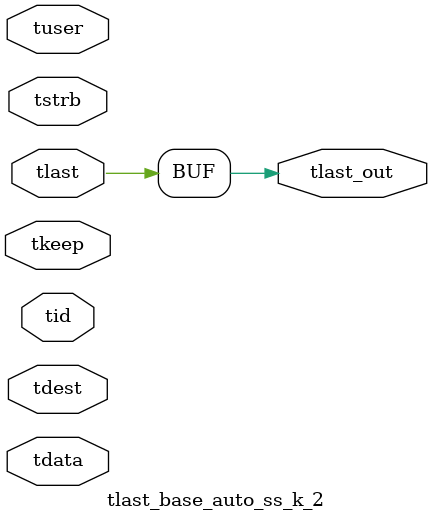
<source format=v>


`timescale 1ps/1ps

module tlast_base_auto_ss_k_2 #
(
parameter C_S_AXIS_TID_WIDTH   = 1,
parameter C_S_AXIS_TUSER_WIDTH = 0,
parameter C_S_AXIS_TDATA_WIDTH = 0,
parameter C_S_AXIS_TDEST_WIDTH = 0
)
(
input  [(C_S_AXIS_TID_WIDTH   == 0 ? 1 : C_S_AXIS_TID_WIDTH)-1:0       ] tid,
input  [(C_S_AXIS_TDATA_WIDTH == 0 ? 1 : C_S_AXIS_TDATA_WIDTH)-1:0     ] tdata,
input  [(C_S_AXIS_TUSER_WIDTH == 0 ? 1 : C_S_AXIS_TUSER_WIDTH)-1:0     ] tuser,
input  [(C_S_AXIS_TDEST_WIDTH == 0 ? 1 : C_S_AXIS_TDEST_WIDTH)-1:0     ] tdest,
input  [(C_S_AXIS_TDATA_WIDTH/8)-1:0 ] tkeep,
input  [(C_S_AXIS_TDATA_WIDTH/8)-1:0 ] tstrb,
input  [0:0]                                                             tlast,
output                                                                   tlast_out
);

assign tlast_out = {tlast};

endmodule


</source>
